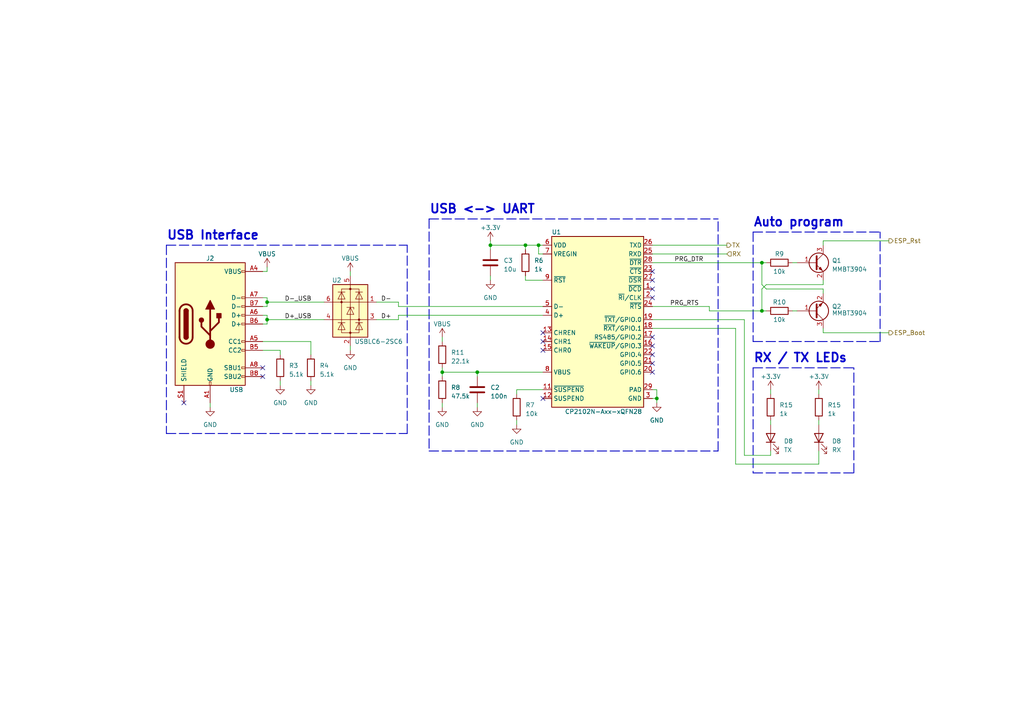
<source format=kicad_sch>
(kicad_sch (version 20230121) (generator eeschema)
  (paper "A4")
  (title_block (title "Controller") (date "2023-05-07") (rev "1") (company "High5Dynamics"))
  (lib_symbols
    (symbol "Connector:USB_C_Receptacle_USB2.0" (pin_names (offset 1.016))
      (property "Reference" "J2" (at 0 21.59 0))
      (property "Value" "USB_C_Receptacle_USB2.0" (at 0 19.05 0))
      (symbol "USB_C_Receptacle_USB2.0_0_0"
        (rectangle (start -0.254 -17.78) (end 0.254 -16.764))
        (rectangle (start 10.16 -14.986) (end 9.144 -15.494))
        (rectangle (start 10.16 -12.446) (end 9.144 -12.954))
        (rectangle (start 10.16 -7.366) (end 9.144 -7.874))
        (rectangle (start 10.16 -4.826) (end 9.144 -5.334))
        (rectangle (start 10.16 0.254) (end 9.144 -0.254))
        (rectangle (start 10.16 2.794) (end 9.144 2.286))
        (rectangle (start 10.16 5.334) (end 9.144 4.826))
        (rectangle (start 10.16 7.874) (end 9.144 7.366))
        (rectangle (start 10.16 15.494) (end 9.144 14.986))
      )
      (symbol "USB_C_Receptacle_USB2.0_0_1"
        (rectangle (start -10.16 17.78) (end 10.16 -17.78) (stroke (width 0.254)) (fill (type background)))
        (arc (start -8.89 -3.81) (mid -6.985 -5.7067) (end -5.08 -3.81) (stroke (width 0.508)))
        (arc (start -7.62 -3.81) (mid -6.985 -4.4423) (end -6.35 -3.81) (stroke (width 0.254)))
        (arc (start -7.62 -3.81) (mid -6.985 -4.4423) (end -6.35 -3.81) (stroke (width 0.254)) (fill (type outline)))
        (rectangle (start -7.62 -3.81) (end -6.35 3.81) (stroke (width 0.254)) (fill (type outline)))
        (arc (start -6.35 3.81) (mid -6.985 4.4423) (end -7.62 3.81) (stroke (width 0.254)))
        (arc (start -6.35 3.81) (mid -6.985 4.4423) (end -7.62 3.81) (stroke (width 0.254)) (fill (type outline)))
        (arc (start -5.08 3.81) (mid -6.985 5.7067) (end -8.89 3.81) (stroke (width 0.508)))
        (circle (center -2.54 1.143) (radius 0.635) (stroke (width 0.254)) (fill (type outline)))
        (circle (center 0 -5.842) (radius 1.27) (fill (type outline)))
        (polyline (pts (xy -8.89 -3.81) (xy -8.89 3.81)) (stroke (width 0.508)))
        (polyline (pts (xy -5.08 3.81) (xy -5.08 -3.81)) (stroke (width 0.508)))
        (polyline (pts (xy 0 -5.842) (xy 0 4.318)) (stroke (width 0.508)))
        (polyline (pts (xy 0 -3.302) (xy -2.54 -0.762) (xy -2.54 0.508)) (stroke (width 0.508)))
        (polyline (pts (xy 0 -2.032) (xy 2.54 0.508) (xy 2.54 1.778)) (stroke (width 0.508)))
        (polyline (pts (xy -1.27 4.318) (xy 0 6.858) (xy 1.27 4.318) (xy -1.27 4.318)) (stroke (width 0.254)) (fill (type outline)))
        (rectangle (start 1.905 1.778) (end 3.175 3.048) (stroke (width 0.254)) (fill (type outline)))
      )
      (symbol "USB_C_Receptacle_USB2.0_1_1"
        (pin passive line (at 0 -22.86 90) (length 5.08) (name "GND") (number "A1"))
        (pin passive line (at 0 -22.86 90) (length 5.08) hide (name "GND") (number "A12"))
        (pin passive line (at 15.24 15.24 180) (length 5.08) (name "VBUS") (number "A4"))
        (pin bidirectional line (at 15.24 -5.08 180) (length 5.08) (name "CC1") (number "A5"))
        (pin bidirectional line (at 15.24 2.54 180) (length 5.08) (name "D+") (number "A6"))
        (pin bidirectional line (at 15.24 7.62 180) (length 5.08) (name "D-") (number "A7"))
        (pin bidirectional line (at 15.24 -12.7 180) (length 5.08) (name "SBU1") (number "A8"))
        (pin passive line (at 15.24 15.24 180) (length 5.08) hide (name "VBUS") (number "A9"))
        (pin passive line (at 0 -22.86 90) (length 5.08) hide (name "GND") (number "B1"))
        (pin passive line (at 0 -22.86 90) (length 5.08) hide (name "GND") (number "B12"))
        (pin passive line (at 15.24 15.24 180) (length 5.08) hide (name "VBUS") (number "B4"))
        (pin bidirectional line (at 15.24 -7.62 180) (length 5.08) (name "CC2") (number "B5"))
        (pin bidirectional line (at 15.24 0 180) (length 5.08) (name "D+") (number "B6"))
        (pin bidirectional line (at 15.24 5.08 180) (length 5.08) (name "D-") (number "B7"))
        (pin bidirectional line (at 15.24 -15.24 180) (length 5.08) (name "SBU2") (number "B8"))
        (pin passive line (at 15.24 15.24 180) (length 5.08) hide (name "VBUS") (number "B9"))
        (pin passive line (at -7.62 -22.86 90) (length 5.08) (name "SHIELD") (number "S1"))
      )
    )
    (symbol "Device:C" (pin_numbers hide) (pin_names (offset 0.254))
      (property "Reference" "C" (at 0.635 2.54 0))
      (property "Value" "C" (at 0.635 -2.54 0))
      (symbol "C_0_1"
        (polyline (pts (xy -2.032 -0.762) (xy 2.032 -0.762)) (stroke (width 0.508)))
        (polyline (pts (xy -2.032 0.762) (xy 2.032 0.762)) (stroke (width 0.508)))
      )
      (symbol "C_1_1"
        (pin passive line (at 0 3.81 270) (length 2.794) (name "~") (number "1"))
        (pin passive line (at 0 -3.81 90) (length 2.794) (name "~") (number "2"))
      )
    )
    (symbol "Device:LED" (pin_numbers hide) (pin_names (offset 1.016) hide)
      (property "Reference" "D" (at 0 2.54 0))
      (property "Value" "LED" (at 0 -2.54 0))
      (symbol "LED_0_1"
        (polyline (pts (xy -1.27 -1.27) (xy -1.27 1.27)) (stroke (width 0.254)))
        (polyline (pts (xy -1.27 0) (xy 1.27 0)))
        (polyline (pts (xy 1.27 -1.27) (xy 1.27 1.27) (xy -1.27 0) (xy 1.27 -1.27)) (stroke (width 0.254)))
        (polyline (pts (xy -3.048 -0.762) (xy -4.572 -2.286) (xy -3.81 -2.286) (xy -4.572 -2.286) (xy -4.572 -1.524)))
        (polyline (pts (xy -1.778 -0.762) (xy -3.302 -2.286) (xy -2.54 -2.286) (xy -3.302 -2.286) (xy -3.302 -1.524)))
      )
      (symbol "LED_1_1"
        (pin passive line (at -3.81 0 0) (length 2.54) (name "K") (number "1"))
        (pin passive line (at 3.81 0 180) (length 2.54) (name "A") (number "2"))
      )
    )
    (symbol "Device:Q_NPN_BEC" (pin_names (offset 0) hide)
      (property "Reference" "Q" (at 5.08 1.27 0))
      (property "Value" "Q_NPN_BEC" (at 5.08 -1.27 0))
      (symbol "Q_NPN_BEC_0_1"
        (polyline (pts (xy 0.635 0.635) (xy 2.54 2.54)))
        (polyline (pts (xy 0.635 -0.635) (xy 2.54 -2.54) (xy 2.54 -2.54)))
        (polyline (pts (xy 0.635 1.905) (xy 0.635 -1.905) (xy 0.635 -1.905)) (stroke (width 0.508)))
        (polyline (pts (xy 1.27 -1.778) (xy 1.778 -1.27) (xy 2.286 -2.286) (xy 1.27 -1.778) (xy 1.27 -1.778)) (fill (type outline)))
        (circle (center 1.27 0) (radius 2.8194) (stroke (width 0.254)))
      )
      (symbol "Q_NPN_BEC_1_1"
        (pin input line (at -5.08 0 0) (length 5.715) (name "B") (number "1"))
        (pin passive line (at 2.54 -5.08 90) (length 2.54) (name "E") (number "2"))
        (pin passive line (at 2.54 5.08 270) (length 2.54) (name "C") (number "3"))
      )
    )
    (symbol "Device:R" (pin_numbers hide) (pin_names (offset 0))
      (property "Reference" "R" (at 2.032 0 90))
      (property "Value" "R" (at 0 0 90))
      (symbol "R_0_1"
        (rectangle (start -1.016 -2.54) (end 1.016 2.54) (stroke (width 0.254)))
      )
      (symbol "R_1_1"
        (pin passive line (at 0 3.81 270) (length 1.27) (name "~") (number "1"))
        (pin passive line (at 0 -3.81 90) (length 1.27) (name "~") (number "2"))
      )
    )
    (symbol "Interface_USB:CP2102N-Axx-xQFN28"
      (property "Reference" "U1" (at -10.16 36.83 0))
      (property "Value" "CP2102N-Axx-xQFN28" (at -6.35 -15.24 0))
      (symbol "CP2102N-Axx-xQFN28_0_1"
        (rectangle (start -10.16 35.56) (end 16.51 -13.97) (stroke (width 0.254)) (fill (type background)))
      )
      (symbol "CP2102N-Axx-xQFN28_1_1"
        (pin input line (at 19.05 20.32 180) (length 2.54) (name "~{DCD}") (number "1"))
        (pin no_connect line (at -12.7 19.05 0) (length 2.54) hide (name "NC") (number "10"))
        (pin output line (at -12.7 -8.89 0) (length 2.54) (name "~{SUSPEND}") (number "11"))
        (pin output line (at -12.7 -11.43 0) (length 2.54) (name "SUSPEND") (number "12"))
        (pin output line (at -12.7 7.62 0) (length 2.54) (name "CHREN") (number "13"))
        (pin output line (at -12.7 5.08 0) (length 2.54) (name "CHR1") (number "14"))
        (pin output line (at -12.7 2.54 0) (length 2.54) (name "CHR0") (number "15"))
        (pin bidirectional line (at 19.05 3.81 180) (length 2.54) (name "~{WAKEUP}/GPIO.3") (number "16"))
        (pin bidirectional line (at 19.05 6.35 180) (length 2.54) (name "RS485/GPIO.2") (number "17"))
        (pin bidirectional line (at 19.05 8.89 180) (length 2.54) (name "~{RXT}/GPIO.1") (number "18"))
        (pin bidirectional line (at 19.05 11.43 180) (length 2.54) (name "~{TXT}/GPIO.0") (number "19"))
        (pin bidirectional line (at 19.05 17.78 180) (length 2.54) (name "~{RI}/CLK") (number "2"))
        (pin bidirectional line (at 19.05 -3.81 180) (length 2.54) (name "GPIO.6") (number "20"))
        (pin bidirectional line (at 19.05 -1.27 180) (length 2.54) (name "GPIO.5") (number "21"))
        (pin bidirectional line (at 19.05 1.27 180) (length 2.54) (name "GPIO.4") (number "22"))
        (pin input line (at 19.05 25.4 180) (length 2.54) (name "~{CTS}") (number "23"))
        (pin output line (at 19.05 15.24 180) (length 2.54) (name "~{RTS}") (number "24"))
        (pin input line (at 19.05 30.48 180) (length 2.54) (name "RXD") (number "25"))
        (pin output line (at 19.05 33.02 180) (length 2.54) (name "TXD") (number "26"))
        (pin input line (at 19.05 22.86 180) (length 2.54) (name "~{DSR}") (number "27"))
        (pin output line (at 19.05 27.94 180) (length 2.54) (name "~{DTR}") (number "28"))
        (pin passive line (at 19.05 -8.89 180) (length 2.54) (name "PAD") (number "29"))
        (pin power_in line (at 19.05 -11.43 180) (length 2.54) (name "GND") (number "3"))
        (pin bidirectional line (at -12.7 12.7 0) (length 2.54) (name "D+") (number "4"))
        (pin bidirectional line (at -12.7 15.24 0) (length 2.54) (name "D-") (number "5"))
        (pin power_in line (at -12.7 33.02 0) (length 2.54) (name "VDD") (number "6"))
        (pin power_in line (at -12.7 30.48 0) (length 2.54) (name "VREGIN") (number "7"))
        (pin input line (at -12.7 -3.81 0) (length 2.54) (name "VBUS") (number "8"))
        (pin input line (at -12.7 22.86 0) (length 2.54) (name "~{RST}") (number "9"))
      )
    )
    (symbol "Power_Protection:USBLC6-2SC6" (pin_names hide)
      (property "Reference" "U2" (at 2.54 8.89 0))
      (property "Value" "USBLC6-2SC6" (at 1.27 -8.89 0))
      (symbol "USBLC6-2SC6_0_1"
        (rectangle (start -5.08 7.62) (end 5.08 -7.62) (stroke (width 0.254)) (fill (type background)))
        (circle (center -2.54 -2.54) (radius 0.254) (fill (type outline)))
        (rectangle (start -2.54 6.35) (end 2.54 -6.35))
        (circle (center 0 -6.35) (radius 0.254) (fill (type outline)))
        (polyline (pts (xy -2.54 -2.54) (xy -5.08 -2.54)))
        (polyline (pts (xy -2.54 -2.54) (xy 5.08 -2.54)))
        (polyline (pts (xy -1.524 -3.429) (xy -3.556 -3.429)))
        (polyline (pts (xy -1.524 5.461) (xy -3.556 5.461)))
        (polyline (pts (xy 0 -7.62) (xy 0 -6.35)))
        (polyline (pts (xy 0 -6.35) (xy 0 1.27)))
        (polyline (pts (xy 0 1.27) (xy 0 6.35)))
        (polyline (pts (xy 0 6.35) (xy 0 7.62)))
        (polyline (pts (xy 1.524 -3.429) (xy 3.556 -3.429)))
        (polyline (pts (xy 1.524 5.461) (xy 3.556 5.461)))
        (polyline (pts (xy 2.54 2.54) (xy -5.08 2.54)))
        (polyline (pts (xy 2.54 2.54) (xy 5.08 2.54)))
        (polyline (pts (xy -3.556 -5.461) (xy -1.524 -5.461) (xy -2.54 -3.429) (xy -3.556 -5.461)))
        (polyline (pts (xy -3.556 3.429) (xy -1.524 3.429) (xy -2.54 5.461) (xy -3.556 3.429)))
        (polyline (pts (xy -1.016 -1.016) (xy 1.016 -1.016) (xy 0 1.016) (xy -1.016 -1.016)))
        (polyline (pts (xy 1.016 1.016) (xy 0.762 1.016) (xy -1.016 1.016) (xy -1.016 0.508)))
        (polyline (pts (xy 3.556 -5.461) (xy 1.524 -5.461) (xy 2.54 -3.429) (xy 3.556 -5.461)))
        (polyline (pts (xy 3.556 3.429) (xy 1.524 3.429) (xy 2.54 5.461) (xy 3.556 3.429)))
        (circle (center 0 6.35) (radius 0.254) (fill (type outline)))
        (circle (center 2.54 2.54) (radius 0.254) (fill (type outline)))
      )
      (symbol "USBLC6-2SC6_1_1"
        (pin passive line (at -7.62 2.54 0) (length 2.54) (name "I/O1") (number "1"))
        (pin passive line (at 0 -10.16 90) (length 2.54) (name "GND") (number "2"))
        (pin passive line (at -7.62 -2.54 0) (length 2.54) (name "I/O2") (number "3"))
        (pin passive line (at 7.62 -2.54 180) (length 2.54) (name "I/O3") (number "4"))
        (pin passive line (at 0 10.16 270) (length 2.54) (name "VBUS") (number "5"))
        (pin passive line (at 7.62 2.54 180) (length 2.54) (name "I/O4") (number "6"))
      )
    )
    (symbol "power:+3.3V" (power) (pin_names (offset 0))
      (property "Value" "+3.3V" (at 0 3.556 0))
      (symbol "+3.3V_0_1"
        (polyline (pts (xy -0.762 1.27) (xy 0 2.54)))
        (polyline (pts (xy 0 0) (xy 0 2.54)))
        (polyline (pts (xy 0 2.54) (xy 0.762 1.27)))
      )
      (symbol "+3.3V_1_1"
        (pin power_in line (at 0 0 90) (length 0) hide (name "+3.3V") (number "1"))
      )
    )
    (symbol "power:GND" (power) (pin_names (offset 0))
      (property "Value" "GND" (at 0 -3.81 0))
      (symbol "GND_0_1"
        (polyline (pts (xy 0 0) (xy 0 -1.27) (xy 1.27 -1.27) (xy 0 -2.54) (xy -1.27 -1.27) (xy 0 -1.27)))
      )
      (symbol "GND_1_1"
        (pin power_in line (at 0 0 270) (length 0) hide (name "GND") (number "1"))
      )
    )
    (symbol "power:VBUS" (power) (pin_names (offset 0))
      (property "Value" "VBUS" (at 0 3.81 0))
      (symbol "VBUS_0_1"
        (polyline (pts (xy -0.762 1.27) (xy 0 2.54)))
        (polyline (pts (xy 0 0) (xy 0 2.54)))
        (polyline (pts (xy 0 2.54) (xy 0.762 1.27)))
      )
      (symbol "VBUS_1_1"
        (pin power_in line (at 0 0 90) (length 0) hide (name "VBUS") (number "1"))
      )
    )
  )
  (junction (at 138.43 107.95))
  (junction (at 220.98 76.2))
  (junction (at 152.4 71.12))
  (junction (at 142.24 71.12))
  (junction (at 190.5 115.57))
  (junction (at 156.21 71.12))
  (junction (at 220.98 90.17))
  (junction (at 128.27 107.95))
  (junction (at 77.47 87.63))
  (junction (at 77.47 92.71))
  (no_connect (at 189.23 107.95))
  (no_connect (at 157.48 96.52))
  (no_connect (at 157.48 115.57))
  (no_connect (at 189.23 86.36))
  (no_connect (at 189.23 105.41))
  (no_connect (at 189.23 102.87))
  (no_connect (at 157.48 99.06))
  (no_connect (at 157.48 101.6))
  (no_connect (at 189.23 78.74))
  (no_connect (at 189.23 97.79))
  (no_connect (at 189.23 81.28))
  (no_connect (at 76.2 106.68))
  (no_connect (at 53.34 116.84))
  (no_connect (at 189.23 100.33))
  (no_connect (at 76.2 109.22))
  (no_connect (at 189.23 83.82))
  (wire (pts (xy 76.2 101.6) (xy 81.28 101.6)))
  (wire (pts (xy 157.48 73.66) (xy 156.21 73.66)))
  (wire (pts (xy 115.57 87.63) (xy 115.57 88.9)))
  (wire (pts (xy 77.47 88.9) (xy 77.47 87.63)))
  (wire (pts (xy 156.21 73.66) (xy 156.21 71.12)))
  (wire (pts (xy 223.52 130.81) (xy 223.52 132.08)))
  (wire (pts (xy 238.76 69.85) (xy 257.81 69.85)))
  (wire (pts (xy 77.47 91.44) (xy 77.47 92.71)))
  (wire (pts (xy 60.96 116.84) (xy 60.96 118.11)))
  (wire (pts (xy 77.47 87.63) (xy 93.98 87.63)))
  (wire (pts (xy 76.2 78.74) (xy 77.47 78.74)))
  (wire (pts (xy 190.5 115.57) (xy 190.5 116.84)))
  (wire (pts (xy 220.98 83.82) (xy 220.98 90.17)))
  (wire (pts (xy 152.4 81.28) (xy 157.48 81.28)))
  (polyline (pts (xy 118.11 125.73) (xy 118.11 71.12)) (stroke (width 0.25) (type dash)))
  (polyline (pts (xy 218.44 106.68) (xy 218.44 137.16)) (stroke (width 0.25) (type dash)))
  (wire (pts (xy 220.98 76.2) (xy 220.98 82.55)))
  (wire (pts (xy 128.27 107.95) (xy 128.27 109.22)))
  (polyline (pts (xy 124.46 63.5) (xy 208.28 63.5)) (stroke (width 0.25) (type dash)))
  (wire (pts (xy 109.22 92.71) (xy 115.57 92.71)))
  (polyline (pts (xy 48.26 71.12) (xy 118.11 71.12)) (stroke (width 0.25) (type dash)))
  (wire (pts (xy 223.52 121.92) (xy 223.52 123.19)))
  (wire (pts (xy 223.52 132.08) (xy 215.9 132.08)))
  (wire (pts (xy 142.24 71.12) (xy 152.4 71.12)))
  (polyline (pts (xy 124.46 130.81) (xy 208.28 130.81)) (stroke (width 0.25) (type dash)))
  (wire (pts (xy 238.76 69.85) (xy 238.76 71.12)))
  (polyline (pts (xy 218.44 99.06) (xy 255.27 99.06)) (stroke (width 0.25) (type dash)))
  (wire (pts (xy 229.87 90.17) (xy 231.14 90.17)))
  (wire (pts (xy 190.5 113.03) (xy 190.5 115.57)))
  (wire (pts (xy 238.76 81.28) (xy 238.76 82.55)))
  (wire (pts (xy 152.4 80.01) (xy 152.4 81.28)))
  (wire (pts (xy 77.47 86.36) (xy 76.2 86.36)))
  (wire (pts (xy 76.2 99.06) (xy 90.17 99.06)))
  (wire (pts (xy 157.48 71.12) (xy 156.21 71.12)))
  (polyline (pts (xy 218.44 67.31) (xy 218.44 99.06)) (stroke (width 0.25) (type dash)))
  (wire (pts (xy 238.76 95.25) (xy 238.76 96.52)))
  (wire (pts (xy 128.27 97.79) (xy 128.27 99.06)))
  (wire (pts (xy 220.98 82.55) (xy 222.25 83.82)))
  (wire (pts (xy 115.57 91.44) (xy 157.48 91.44)))
  (wire (pts (xy 152.4 71.12) (xy 156.21 71.12)))
  (polyline (pts (xy 255.27 99.06) (xy 255.27 67.31)) (stroke (width 0.25) (type dash)))
  (wire (pts (xy 189.23 71.12) (xy 210.82 71.12)))
  (wire (pts (xy 128.27 107.95) (xy 138.43 107.95)))
  (polyline (pts (xy 208.28 130.81) (xy 208.28 63.5)) (stroke (width 0.25) (type dash)))
  (wire (pts (xy 77.47 87.63) (xy 77.47 86.36)))
  (wire (pts (xy 152.4 71.12) (xy 152.4 72.39)))
  (wire (pts (xy 101.6 78.74) (xy 101.6 80.01)))
  (wire (pts (xy 220.98 90.17) (xy 222.25 90.17)))
  (wire (pts (xy 189.23 76.2) (xy 220.98 76.2)))
  (polyline (pts (xy 124.46 63.5) (xy 124.46 130.81)) (stroke (width 0.25) (type dash)))
  (wire (pts (xy 81.28 110.49) (xy 81.28 111.76)))
  (wire (pts (xy 109.22 87.63) (xy 115.57 87.63)))
  (wire (pts (xy 128.27 106.68) (xy 128.27 107.95)))
  (polyline (pts (xy 48.26 125.73) (xy 118.11 125.73)) (stroke (width 0.25) (type dash)))
  (wire (pts (xy 76.2 88.9) (xy 77.47 88.9)))
  (wire (pts (xy 222.25 82.55) (xy 238.76 82.55)))
  (wire (pts (xy 237.49 113.03) (xy 237.49 114.3)))
  (wire (pts (xy 90.17 110.49) (xy 90.17 111.76)))
  (wire (pts (xy 77.47 78.74) (xy 77.47 77.47)))
  (polyline (pts (xy 48.26 71.12) (xy 48.26 125.73)) (stroke (width 0.25) (type dash)))
  (wire (pts (xy 142.24 71.12) (xy 142.24 72.39)))
  (wire (pts (xy 90.17 99.06) (xy 90.17 102.87)))
  (wire (pts (xy 213.36 95.25) (xy 213.36 134.62)))
  (wire (pts (xy 142.24 69.85) (xy 142.24 71.12)))
  (wire (pts (xy 220.98 76.2) (xy 222.25 76.2)))
  (wire (pts (xy 76.2 91.44) (xy 77.47 91.44)))
  (wire (pts (xy 237.49 134.62) (xy 237.49 130.81)))
  (wire (pts (xy 238.76 96.52) (xy 257.81 96.52)))
  (wire (pts (xy 189.23 95.25) (xy 213.36 95.25)))
  (polyline (pts (xy 218.44 106.68) (xy 247.65 106.68)) (stroke (width 0.25) (type dash)))
  (wire (pts (xy 138.43 107.95) (xy 157.48 107.95)))
  (wire (pts (xy 215.9 132.08) (xy 215.9 92.71)))
  (wire (pts (xy 237.49 121.92) (xy 237.49 123.19)))
  (wire (pts (xy 149.86 114.3) (xy 149.86 113.03)))
  (wire (pts (xy 138.43 116.84) (xy 138.43 118.11)))
  (wire (pts (xy 149.86 121.92) (xy 149.86 123.19)))
  (wire (pts (xy 149.86 113.03) (xy 157.48 113.03)))
  (wire (pts (xy 189.23 113.03) (xy 190.5 113.03)))
  (wire (pts (xy 213.36 134.62) (xy 237.49 134.62)))
  (wire (pts (xy 189.23 73.66) (xy 210.82 73.66)))
  (wire (pts (xy 205.74 90.17) (xy 220.98 90.17)))
  (polyline (pts (xy 218.44 67.31) (xy 255.27 67.31)) (stroke (width 0.25) (type dash)))
  (wire (pts (xy 215.9 92.71) (xy 189.23 92.71)))
  (wire (pts (xy 229.87 76.2) (xy 231.14 76.2)))
  (wire (pts (xy 222.25 83.82) (xy 238.76 83.82)))
  (wire (pts (xy 205.74 88.9) (xy 205.74 90.17)))
  (wire (pts (xy 128.27 116.84) (xy 128.27 118.11)))
  (wire (pts (xy 77.47 92.71) (xy 77.47 93.98)))
  (wire (pts (xy 138.43 107.95) (xy 138.43 109.22)))
  (wire (pts (xy 115.57 88.9) (xy 157.48 88.9)))
  (wire (pts (xy 115.57 92.71) (xy 115.57 91.44)))
  (polyline (pts (xy 218.44 137.16) (xy 247.65 137.16)) (stroke (width 0.25) (type dash)))
  (wire (pts (xy 222.25 82.55) (xy 220.98 83.82)))
  (wire (pts (xy 238.76 83.82) (xy 238.76 85.09)))
  (wire (pts (xy 142.24 80.01) (xy 142.24 81.28)))
  (wire (pts (xy 77.47 93.98) (xy 76.2 93.98)))
  (wire (pts (xy 101.6 100.33) (xy 101.6 101.6)))
  (polyline (pts (xy 247.65 137.16) (xy 247.65 106.68)) (stroke (width 0.25) (type dash)))
  (wire (pts (xy 189.23 88.9) (xy 205.74 88.9)))
  (wire (pts (xy 81.28 101.6) (xy 81.28 102.87)))
  (wire (pts (xy 77.47 92.71) (xy 93.98 92.71)))
  (wire (pts (xy 190.5 115.57) (xy 189.23 115.57)))
  (wire (pts (xy 223.52 113.03) (xy 223.52 114.3)))
  (text "USB Interface" (at 48.26 69.85 0) (effects (font (size 2.54 2.54) bold) (justify left bottom)))
  (text "RX / TX LEDs" (at 218.44 105.41 0) (effects (font (size 2.54 2.54) bold) (justify left bottom)))
  (text "Auto program" (at 218.44 66.04 0) (effects (font (size 2.54 2.54) bold) (justify left bottom)))
  (text "USB <-> UART" (at 124.46 62.23 0) (effects (font (size 2.54 2.54) bold) (justify left bottom)))
  (label "D+_USB" (at 82.55 92.71 0))
  (label "D+" (at 110.49 92.71 0))
  (label "D-_USB" (at 82.55 87.63 0))
  (label "PRG_RTS" (at 194.31 88.9 0))
  (label "D-" (at 110.49 87.63 0))
  (label "PRG_DTR" (at 195.58 76.2 0))
  (hierarchical_label "RX" (shape input) (at 210.82 73.66 0))
  (hierarchical_label "TX" (shape output) (at 210.82 71.12 0))
  (hierarchical_label "ESP_Rst" (shape output) (at 257.81 69.85 0))
  (hierarchical_label "ESP_Boot" (shape output) (at 257.81 96.52 0))
  (symbol (lib_id "Device:R") (at 226.06 76.2 90) (unit 1)
    (property "Reference" "R9" (at 226.06 73.66 90))
    (property "Value" "10k" (at 226.06 78.74 90))
    (property "Footprint" "Resistor_SMD:R_0805_2012Metric" (effects hide))
    (property "DigiKey" "CR0805-FX-1002ELFCT-ND" (effects hide))
    (instances (project "Controller" (path "" (reference "R9") (unit 1)) (path "" (reference "R8") (unit 1))))
  )
  (symbol (lib_id "Power_Protection:USBLC6-2SC6") (at 101.6 90.17 0) (mirror y) (unit 1)
    (property "Reference" "U2" (at 99.06 81.28 0) (effects (justify left)))
    (property "Value" "USBLC6-2SC6" (at 116.84 99.06 0) (effects (justify left)))
    (property "Footprint" "Package_TO_SOT_SMD:SOT-23-6" (effects hide))
    (property "Datasheet" "https://www.st.com/resource/en/datasheet/usblc6-2.pdf" (effects hide))
    (property "DigiKey" "497-5235-1-ND" (effects hide))
  )
  (symbol (lib_id "power:GND") (at 138.43 118.11 0) (unit 1)
    (property "Reference" "#PWR016" (effects hide))
    (property "Value" "GND" (at 138.43 123.19 0))
    (instances (project "Controller" (path "" (reference "#PWR016") (unit 1)) (path "" (reference "#PWR020") (unit 1))))
  )
  (symbol (lib_id "power:VBUS") (at 77.47 77.47 0) (unit 1)
    (property "Reference" "#PWR011" (effects hide))
    (property "Value" "VBUS" (at 77.47 73.66 0))
    (instances (project "Controller" (path "" (reference "#PWR011") (unit 1)) (path "" (reference "#PWR013") (unit 1))))
  )
  (symbol (lib_id "Connector:USB_C_Receptacle_USB2.0") (at 60.96 93.98 0) (unit 1)
    (property "Reference" "J2" (at 60.96 74.93 0))
    (property "Value" "USB" (at 68.58 113.03 0))
    (property "Footprint" "Connector_USB:USB_C_Receptacle_HRO_TYPE-C-31-M-12" (effects hide))
    (instances (project "Controller" (path "" (reference "J2") (unit 1)) (path "" (reference "J1") (unit 1))))
  )
  (symbol (lib_id "Device:R") (at 81.28 106.68 0) (unit 1)
    (property "Reference" "R3" (at 83.82 106.045 0) (effects (justify left)))
    (property "Value" "5.1k" (at 83.82 108.585 0) (effects (justify left)))
    (property "Footprint" "Resistor_SMD:R_0805_2012Metric" (effects hide))
    (property "DigiKey" "CR0805-FX-5101ELFCT-ND" (effects hide))
    (instances (project "Controller" (path "" (reference "R3") (unit 1)) (path "" (reference "R2") (unit 1))))
  )
  (symbol (lib_id "Device:Q_NPN_BEC") (at 236.22 90.17 0) (mirror x) (unit 1)
    (property "Reference" "Q2" (at 241.3 88.9 0) (effects (justify left)))
    (property "Value" "MMBT3904" (at 241.3 90.805 0) (effects (justify left)))
    (property "Footprint" "Package_TO_SOT_SMD:SOT-23" (effects hide))
    (property "DigiKey" "1727-4044-1-ND" (effects hide))
  )
  (symbol (lib_id "Interface_USB:CP2102N-Axx-xQFN28") (at 170.18 104.14 0) (unit 1)
    (property "Reference" "U1" (at 160.02 67.31 0) (effects (justify left)))
    (property "Value" "CP2102N-Axx-xQFN28" (at 163.83 119.38 0) (effects (justify left)))
    (property "Footprint" "Package_DFN_QFN:QFN-28-1EP_5x5mm_P0.5mm_EP3.35x3.35mm" (effects hide))
    (property "Datasheet" "https://www.silabs.com/documents/public/data-sheets/cp2102n-datasheet.pdf" (effects hide))
    (property "DigiKey" "336-5890-1-ND" (effects hide))
    (instances (project "Controller" (path "" (reference "U1") (unit 1)) (path "" (reference "U3") (unit 1))))
  )
  (symbol (lib_id "power:VBUS") (at 128.27 97.79 0) (unit 1)
    (property "Reference" "#PWR014" (effects hide))
    (property "Value" "VBUS" (at 128.27 93.98 0))
    (instances (project "Controller" (path "" (reference "#PWR014") (unit 1)) (path "" (reference "#PWR018") (unit 1))))
  )
  (symbol (lib_id "power:GND") (at 81.28 111.76 0) (unit 1)
    (property "Reference" "#PWR06" (effects hide))
    (property "Value" "GND" (at 81.28 116.84 0))
    (instances (project "Controller" (path "" (reference "#PWR06") (unit 1)) (path "" (reference "#PWR014") (unit 1))))
  )
  (symbol (lib_id "power:GND") (at 149.86 123.19 0) (unit 1)
    (property "Reference" "#PWR018" (effects hide))
    (property "Value" "GND" (at 149.86 128.27 0))
    (instances (project "Controller" (path "" (reference "#PWR018") (unit 1)) (path "" (reference "#PWR023") (unit 1))))
  )
  (symbol (lib_id "Device:C") (at 142.24 76.2 180) (unit 1)
    (property "Reference" "C3" (at 146.05 75.565 0) (effects (justify right)))
    (property "Value" "10u" (at 146.05 78.105 0) (effects (justify right)))
    (property "Footprint" "Capacitor_SMD:C_0805_2012Metric" (effects hide))
    (property "DigiKey" "1276-1096-1-ND" (effects hide))
    (instances (project "Controller" (path "" (reference "C3") (unit 1)) (path "" (reference "C4") (unit 1))))
  )
  (symbol (lib_id "power:GND") (at 128.27 118.11 0) (unit 1)
    (property "Reference" "#PWR015" (effects hide))
    (property "Value" "GND" (at 128.27 123.19 0))
    (instances (project "Controller" (path "" (reference "#PWR015") (unit 1)) (path "" (reference "#PWR019") (unit 1))))
  )
  (symbol (lib_id "Device:R") (at 149.86 118.11 0) (unit 1)
    (property "Reference" "R7" (at 152.4 117.475 0) (effects (justify left)))
    (property "Value" "10k" (at 152.4 120.015 0) (effects (justify left)))
    (property "Footprint" "Resistor_SMD:R_0805_2012Metric" (effects hide))
    (property "DigiKey" "CR0805-FX-1002ELFCT-ND" (effects hide))
  )
  (symbol (lib_id "Device:R") (at 237.49 118.11 0) (unit 1)
    (property "Reference" "R15" (at 240.03 117.475 0) (effects (justify left)))
    (property "Value" "1k" (at 240.03 120.015 0) (effects (justify left)))
    (property "Footprint" "Resistor_SMD:R_0805_2012Metric" (effects hide))
    (property "DigiKey" "CR0805-FX-1001ELFCT-ND" (effects hide))
    (instances (project "Controller" (path "" (reference "R15") (unit 1)) (path "" (reference "R11") (unit 1))))
  )
  (symbol (lib_id "Device:R") (at 226.06 90.17 90) (unit 1)
    (property "Reference" "R10" (at 226.06 87.63 90))
    (property "Value" "10k" (at 226.06 92.71 90))
    (property "Footprint" "Resistor_SMD:R_0805_2012Metric" (effects hide))
    (property "DigiKey" "CR0805-FX-1002ELFCT-ND" (effects hide))
    (instances (project "Controller" (path "" (reference "R10") (unit 1)) (path "" (reference "R9") (unit 1))))
  )
  (symbol (lib_id "power:GND") (at 190.5 116.84 0) (mirror y) (unit 1)
    (property "Reference" "#PWR09" (effects hide))
    (property "Value" "GND" (at 190.5 121.92 0))
    (instances (project "Controller" (path "" (reference "#PWR09") (unit 1)) (path "" (reference "#PWR024") (unit 1))))
  )
  (symbol (lib_id "Device:R") (at 152.4 76.2 0) (unit 1)
    (property "Reference" "R6" (at 154.94 75.565 0) (effects (justify left)))
    (property "Value" "1k" (at 154.94 78.105 0) (effects (justify left)))
    (property "Footprint" "Resistor_SMD:R_0805_2012Metric" (effects hide))
    (property "DigiKey" "CR0805-FX-1001ELFCT-ND" (effects hide))
    (instances (project "Controller" (path "" (reference "R6") (unit 1)) (path "" (reference "R4") (unit 1))))
  )
  (symbol (lib_id "power:GND") (at 60.96 118.11 0) (unit 1)
    (property "Reference" "#PWR05" (effects hide))
    (property "Value" "GND" (at 60.96 123.19 0))
    (instances (project "Controller" (path "" (reference "#PWR05") (unit 1)) (path "" (reference "#PWR012") (unit 1))))
  )
  (symbol (lib_id "power:GND") (at 101.6 101.6 0) (unit 1)
    (property "Reference" "#PWR010" (effects hide))
    (property "Value" "GND" (at 101.6 106.68 0))
    (instances (project "Controller" (path "" (reference "#PWR010") (unit 1)) (path "" (reference "#PWR017") (unit 1))))
  )
  (symbol (lib_id "Device:C") (at 138.43 113.03 0) (unit 1)
    (property "Reference" "C2" (at 142.24 112.395 0) (effects (justify left)))
    (property "Value" "100n" (at 142.24 114.935 0) (effects (justify left)))
    (property "Footprint" "Capacitor_SMD:C_0805_2012Metric" (effects hide))
    (property "DigiKey" "1276-2449-1-ND" (effects hide))
    (instances (project "Controller" (path "" (reference "C2") (unit 1)) (path "" (reference "C3") (unit 1))))
  )
  (symbol (lib_id "Device:Q_NPN_BEC") (at 236.22 76.2 0) (unit 1)
    (property "Reference" "Q1" (at 241.3 75.565 0) (effects (justify left)))
    (property "Value" "MMBT3904" (at 241.3 78.105 0) (effects (justify left)))
    (property "Footprint" "Package_TO_SOT_SMD:SOT-23" (effects hide))
    (property "DigiKey" "1727-4044-1-ND" (effects hide))
  )
  (symbol (lib_id "power:GND") (at 142.24 81.28 0) (unit 1)
    (property "Reference" "#PWR020" (effects hide))
    (property "Value" "GND" (at 142.24 86.36 0))
    (instances (project "Controller" (path "" (reference "#PWR020") (unit 1)) (path "" (reference "#PWR022") (unit 1))))
  )
  (symbol (lib_id "power:VBUS") (at 101.6 78.74 0) (unit 1)
    (property "Reference" "#PWR08" (effects hide))
    (property "Value" "VBUS" (at 101.6 74.93 0))
    (instances (project "Controller" (path "" (reference "#PWR08") (unit 1)) (path "" (reference "#PWR016") (unit 1))))
  )
  (symbol (lib_id "Device:R") (at 90.17 106.68 0) (unit 1)
    (property "Reference" "R4" (at 92.71 106.045 0) (effects (justify left)))
    (property "Value" "5.1k" (at 92.71 108.585 0) (effects (justify left)))
    (property "Footprint" "Resistor_SMD:R_0805_2012Metric" (effects hide))
    (property "DigiKey" "CR0805-FX-5101ELFCT-ND" (effects hide))
    (instances (project "Controller" (path "" (reference "R4") (unit 1)) (path "" (reference "R3") (unit 1))))
  )
  (symbol (lib_id "Device:R") (at 128.27 113.03 0) (unit 1)
    (property "Reference" "R8" (at 130.81 112.395 0) (effects (justify left)))
    (property "Value" "47.5k" (at 130.81 114.935 0) (effects (justify left)))
    (property "Footprint" "Resistor_SMD:R_0805_2012Metric" (effects hide))
    (property "DigiKey" "311-47.5KCRCT-ND" (effects hide))
    (instances (project "Controller" (path "" (reference "R8") (unit 1)) (path "" (reference "R6") (unit 1))))
  )
  (symbol (lib_id "Device:LED") (at 223.52 127 90) (unit 1)
    (property "Reference" "D8" (at 227.33 127.9525 90) (effects (justify right)))
    (property "Value" "TX" (at 227.33 130.4925 90) (effects (justify right)))
    (property "Footprint" "LED_SMD:LED_0805_2012Metric" (effects hide))
    (property "DigiKey" "475-1410-1-ND" (effects hide))
    (instances (project "Controller" (path "" (reference "D8") (unit 1)) (path "" (reference "D3") (unit 1))))
  )
  (symbol (lib_id "Device:R") (at 128.27 102.87 0) (unit 1)
    (property "Reference" "R11" (at 130.81 102.235 0) (effects (justify left)))
    (property "Value" "22.1k" (at 130.81 104.775 0) (effects (justify left)))
    (property "Footprint" "Resistor_SMD:R_0805_2012Metric" (effects hide))
    (property "DigiKey" "CR0805-FX-2212ELFCT-ND" (effects hide))
    (instances (project "Controller" (path "" (reference "R11") (unit 1)) (path "" (reference "R5") (unit 1))))
  )
  (symbol (lib_id "power:+3.3V") (at 223.52 113.03 0) (unit 1)
    (property "Reference" "#PWR019" (effects hide))
    (property "Value" "+3.3V" (at 223.52 109.22 0))
    (instances (project "Controller" (path "" (reference "#PWR019") (unit 1)) (path "" (reference "#PWR025") (unit 1))))
  )
  (symbol (lib_id "power:+3.3V") (at 142.24 69.85 0) (unit 1)
    (property "Reference" "#PWR019" (effects hide))
    (property "Value" "+3.3V" (at 142.24 66.04 0))
    (instances (project "Controller" (path "" (reference "#PWR019") (unit 1)) (path "" (reference "#PWR021") (unit 1))))
  )
  (symbol (lib_id "power:+3.3V") (at 237.49 113.03 0) (unit 1)
    (property "Reference" "#PWR019" (effects hide))
    (property "Value" "+3.3V" (at 237.49 109.22 0))
    (instances (project "Controller" (path "" (reference "#PWR019") (unit 1)) (path "" (reference "#PWR026") (unit 1))))
  )
  (symbol (lib_id "Device:LED") (at 237.49 127 90) (unit 1)
    (property "Reference" "D8" (at 241.3 127.9525 90) (effects (justify right)))
    (property "Value" "RX" (at 241.3 130.4925 90) (effects (justify right)))
    (property "Footprint" "LED_SMD:LED_0805_2012Metric" (effects hide))
    (property "DigiKey" "475-1410-1-ND" (effects hide))
    (instances (project "Controller" (path "" (reference "D8") (unit 1)) (path "" (reference "D4") (unit 1))))
  )
  (symbol (lib_id "Device:R") (at 223.52 118.11 0) (unit 1)
    (property "Reference" "R15" (at 226.06 117.475 0) (effects (justify left)))
    (property "Value" "1k" (at 226.06 120.015 0) (effects (justify left)))
    (property "Footprint" "Resistor_SMD:R_0805_2012Metric" (effects hide))
    (property "DigiKey" "CR0805-FX-1001ELFCT-ND" (effects hide))
    (instances (project "Controller" (path "" (reference "R15") (unit 1)) (path "" (reference "R10") (unit 1))))
  )
  (symbol (lib_id "power:GND") (at 90.17 111.76 0) (unit 1)
    (property "Reference" "#PWR07" (effects hide))
    (property "Value" "GND" (at 90.17 116.84 0))
    (instances (project "Controller" (path "" (reference "#PWR07") (unit 1)) (path "" (reference "#PWR015") (unit 1))))
  )
)
</source>
